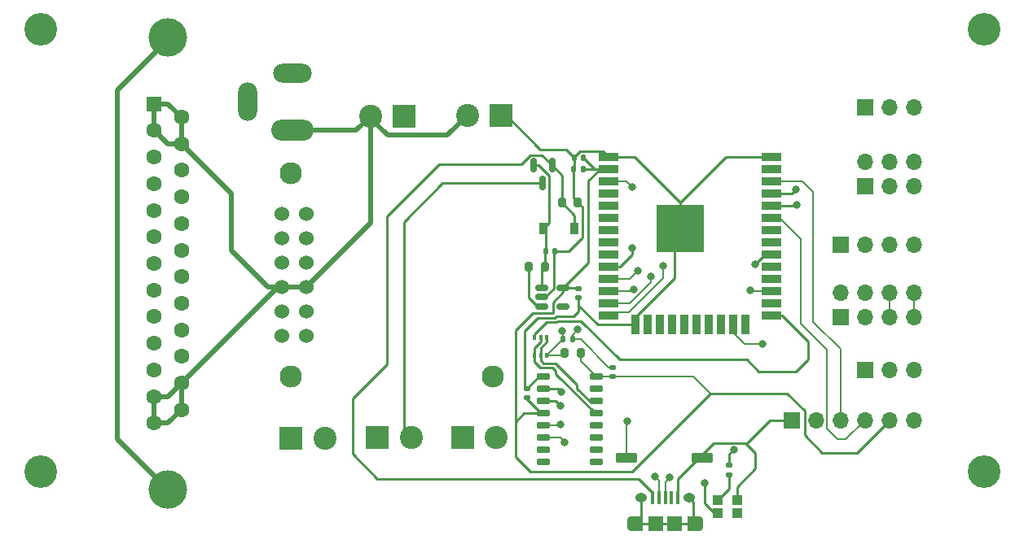
<source format=gbr>
%TF.GenerationSoftware,KiCad,Pcbnew,(6.0.0-0)*%
%TF.CreationDate,2022-09-25T22:14:02-04:00*%
%TF.ProjectId,Dome_Controller,446f6d65-5f43-46f6-9e74-726f6c6c6572,rev?*%
%TF.SameCoordinates,Original*%
%TF.FileFunction,Copper,L1,Top*%
%TF.FilePolarity,Positive*%
%FSLAX46Y46*%
G04 Gerber Fmt 4.6, Leading zero omitted, Abs format (unit mm)*
G04 Created by KiCad (PCBNEW (6.0.0-0)) date 2022-09-25 22:14:02*
%MOMM*%
%LPD*%
G01*
G04 APERTURE LIST*
G04 Aperture macros list*
%AMRoundRect*
0 Rectangle with rounded corners*
0 $1 Rounding radius*
0 $2 $3 $4 $5 $6 $7 $8 $9 X,Y pos of 4 corners*
0 Add a 4 corners polygon primitive as box body*
4,1,4,$2,$3,$4,$5,$6,$7,$8,$9,$2,$3,0*
0 Add four circle primitives for the rounded corners*
1,1,$1+$1,$2,$3*
1,1,$1+$1,$4,$5*
1,1,$1+$1,$6,$7*
1,1,$1+$1,$8,$9*
0 Add four rect primitives between the rounded corners*
20,1,$1+$1,$2,$3,$4,$5,0*
20,1,$1+$1,$4,$5,$6,$7,0*
20,1,$1+$1,$6,$7,$8,$9,0*
20,1,$1+$1,$8,$9,$2,$3,0*%
G04 Aperture macros list end*
%TA.AperFunction,ComponentPad*%
%ADD10R,1.600000X1.600000*%
%TD*%
%TA.AperFunction,ComponentPad*%
%ADD11C,1.600000*%
%TD*%
%TA.AperFunction,ComponentPad*%
%ADD12C,4.000000*%
%TD*%
%TA.AperFunction,ComponentPad*%
%ADD13O,2.000000X4.000000*%
%TD*%
%TA.AperFunction,ComponentPad*%
%ADD14O,4.000000X2.000000*%
%TD*%
%TA.AperFunction,ComponentPad*%
%ADD15O,4.400000X2.200000*%
%TD*%
%TA.AperFunction,ComponentPad*%
%ADD16O,1.700000X1.700000*%
%TD*%
%TA.AperFunction,ComponentPad*%
%ADD17R,1.700000X1.700000*%
%TD*%
%TA.AperFunction,ComponentPad*%
%ADD18R,2.400000X2.400000*%
%TD*%
%TA.AperFunction,ComponentPad*%
%ADD19C,2.400000*%
%TD*%
%TA.AperFunction,SMDPad,CuDef*%
%ADD20RoundRect,0.140000X0.170000X-0.140000X0.170000X0.140000X-0.170000X0.140000X-0.170000X-0.140000X0*%
%TD*%
%TA.AperFunction,SMDPad,CuDef*%
%ADD21RoundRect,0.200000X-0.200000X-0.275000X0.200000X-0.275000X0.200000X0.275000X-0.200000X0.275000X0*%
%TD*%
%TA.AperFunction,SMDPad,CuDef*%
%ADD22R,0.400000X1.350000*%
%TD*%
%TA.AperFunction,SMDPad,CuDef*%
%ADD23R,1.500000X1.550000*%
%TD*%
%TA.AperFunction,ComponentPad*%
%ADD24O,0.890000X1.550000*%
%TD*%
%TA.AperFunction,ComponentPad*%
%ADD25O,1.250000X0.950000*%
%TD*%
%TA.AperFunction,SMDPad,CuDef*%
%ADD26R,1.200000X1.550000*%
%TD*%
%TA.AperFunction,SMDPad,CuDef*%
%ADD27R,2.000000X0.900000*%
%TD*%
%TA.AperFunction,SMDPad,CuDef*%
%ADD28R,0.900000X2.000000*%
%TD*%
%TA.AperFunction,SMDPad,CuDef*%
%ADD29R,5.000000X5.000000*%
%TD*%
%TA.AperFunction,SMDPad,CuDef*%
%ADD30RoundRect,0.140000X0.140000X0.170000X-0.140000X0.170000X-0.140000X-0.170000X0.140000X-0.170000X0*%
%TD*%
%TA.AperFunction,SMDPad,CuDef*%
%ADD31RoundRect,0.100000X1.000000X0.400000X-1.000000X0.400000X-1.000000X-0.400000X1.000000X-0.400000X0*%
%TD*%
%TA.AperFunction,SMDPad,CuDef*%
%ADD32RoundRect,0.140000X-0.170000X0.140000X-0.170000X-0.140000X0.170000X-0.140000X0.170000X0.140000X0*%
%TD*%
%TA.AperFunction,SMDPad,CuDef*%
%ADD33RoundRect,0.135000X-0.185000X0.135000X-0.185000X-0.135000X0.185000X-0.135000X0.185000X0.135000X0*%
%TD*%
%TA.AperFunction,SMDPad,CuDef*%
%ADD34R,0.914400X1.219200*%
%TD*%
%TA.AperFunction,WasherPad*%
%ADD35C,3.400000*%
%TD*%
%TA.AperFunction,SMDPad,CuDef*%
%ADD36R,1.000000X1.000000*%
%TD*%
%TA.AperFunction,SMDPad,CuDef*%
%ADD37RoundRect,0.150000X-0.150000X0.587500X-0.150000X-0.587500X0.150000X-0.587500X0.150000X0.587500X0*%
%TD*%
%TA.AperFunction,ComponentPad*%
%ADD38C,1.524000*%
%TD*%
%TA.AperFunction,ComponentPad*%
%ADD39C,2.300000*%
%TD*%
%TA.AperFunction,SMDPad,CuDef*%
%ADD40RoundRect,0.140000X-0.140000X-0.170000X0.140000X-0.170000X0.140000X0.170000X-0.140000X0.170000X0*%
%TD*%
%TA.AperFunction,SMDPad,CuDef*%
%ADD41R,0.300000X0.500000*%
%TD*%
%TA.AperFunction,SMDPad,CuDef*%
%ADD42RoundRect,0.049600X-0.605400X-0.260400X0.605400X-0.260400X0.605400X0.260400X-0.605400X0.260400X0*%
%TD*%
%TA.AperFunction,SMDPad,CuDef*%
%ADD43RoundRect,0.150000X-0.512500X-0.150000X0.512500X-0.150000X0.512500X0.150000X-0.512500X0.150000X0*%
%TD*%
%TA.AperFunction,SMDPad,CuDef*%
%ADD44RoundRect,0.200000X0.200000X0.275000X-0.200000X0.275000X-0.200000X-0.275000X0.200000X-0.275000X0*%
%TD*%
%TA.AperFunction,ViaPad*%
%ADD45C,0.800000*%
%TD*%
%TA.AperFunction,Conductor*%
%ADD46C,0.200000*%
%TD*%
%TA.AperFunction,Conductor*%
%ADD47C,0.250000*%
%TD*%
%TA.AperFunction,Conductor*%
%ADD48C,0.254000*%
%TD*%
%TA.AperFunction,Conductor*%
%ADD49C,0.500000*%
%TD*%
G04 APERTURE END LIST*
D10*
%TO.P,J13,1,1*%
%TO.N,+12V*%
X61790000Y-64740000D03*
D11*
%TO.P,J13,2,2*%
X61790000Y-67510000D03*
%TO.P,J13,3,3*%
%TO.N,GND*%
X61790000Y-70280000D03*
%TO.P,J13,4,4*%
X61790000Y-73050000D03*
%TO.P,J13,5,5*%
%TO.N,+5V*%
X61790000Y-75820000D03*
%TO.P,J13,6,6*%
%TO.N,SR_I2C_CLK*%
X61790000Y-78590000D03*
%TO.P,J13,7,7*%
%TO.N,unconnected-(J13-Pad7)*%
X61790000Y-81360000D03*
%TO.P,J13,8,8*%
%TO.N,GND*%
X61790000Y-84130000D03*
%TO.P,J13,9,9*%
%TO.N,SR_SER_RX*%
X61790000Y-86900000D03*
%TO.P,J13,10,10*%
%TO.N,GND*%
X61790000Y-89670000D03*
%TO.P,J13,11,11*%
X61790000Y-92440000D03*
%TO.P,J13,12,12*%
%TO.N,+12V*%
X61790000Y-95210000D03*
%TO.P,J13,13,13*%
X61790000Y-97980000D03*
%TO.P,J13,14,P14*%
X64630000Y-66125000D03*
%TO.P,J13,15,P15*%
X64630000Y-68895000D03*
%TO.P,J13,16,P16*%
%TO.N,GND*%
X64630000Y-71665000D03*
%TO.P,J13,17,P17*%
X64630000Y-74435000D03*
%TO.P,J13,18,P18*%
X64630000Y-77205000D03*
%TO.P,J13,19,P19*%
%TO.N,SR_I2C_DATA*%
X64630000Y-79975000D03*
%TO.P,J13,20,P20*%
%TO.N,+5V*%
X64630000Y-82745000D03*
%TO.P,J13,21,P21*%
%TO.N,SR_SER_TX*%
X64630000Y-85515000D03*
%TO.P,J13,22,P22*%
%TO.N,GND*%
X64630000Y-88285000D03*
%TO.P,J13,23,P23*%
X64630000Y-91055000D03*
%TO.P,J13,24,P24*%
%TO.N,+12V*%
X64630000Y-93825000D03*
%TO.P,J13,25,P25*%
X64630000Y-96595000D03*
D12*
%TO.P,J13,0,PAD*%
%TO.N,unconnected-(J13-Pad0)*%
X63210000Y-104910000D03*
X63210000Y-57810000D03*
%TD*%
D13*
%TO.P,J14,3*%
%TO.N,GND*%
X71485000Y-64515000D03*
D14*
%TO.P,J14,2*%
X76185000Y-61515000D03*
D15*
%TO.P,J14,1*%
%TO.N,+12V*%
X76185000Y-67515000D03*
%TD*%
D16*
%TO.P,J12,4,Pin_4*%
%TO.N,SR_SER_RX*%
X140760000Y-79395000D03*
%TO.P,J12,3,Pin_3*%
%TO.N,SR_SER_TX*%
X138220000Y-79395000D03*
%TO.P,J12,2,Pin_2*%
%TO.N,GND*%
X135680000Y-79395000D03*
D17*
%TO.P,J12,1,Pin_1*%
%TO.N,+5V*%
X133140000Y-79395000D03*
%TD*%
D16*
%TO.P,J11,8,Pin_8*%
%TO.N,SR_I2C_DATA*%
X140730000Y-84415000D03*
%TO.P,J11,7,Pin_7*%
X140730000Y-86955000D03*
%TO.P,J11,6,Pin_6*%
%TO.N,SR_I2C_CLK*%
X138190000Y-84415000D03*
%TO.P,J11,5,Pin_5*%
X138190000Y-86955000D03*
%TO.P,J11,4,Pin_4*%
%TO.N,GND*%
X135650000Y-84415000D03*
%TO.P,J11,3,Pin_3*%
X135650000Y-86955000D03*
%TO.P,J11,2,Pin_2*%
%TO.N,+5V*%
X133110000Y-84415000D03*
D17*
%TO.P,J11,1,Pin_1*%
X133110000Y-86955000D03*
%TD*%
D18*
%TO.P,J5,1,Pin_1*%
%TO.N,GND*%
X87780000Y-66000000D03*
D19*
%TO.P,J5,2,Pin_2*%
%TO.N,+12V*%
X84280000Y-66000000D03*
%TD*%
D20*
%TO.P,C4,1*%
%TO.N,+3.3V*%
X109420000Y-93120000D03*
%TO.P,C4,2*%
%TO.N,GND*%
X109420000Y-92160000D03*
%TD*%
D19*
%TO.P,J8,2,Pin_2*%
%TO.N,+5V*%
X88480000Y-99510000D03*
D18*
%TO.P,J8,1,Pin_1*%
%TO.N,GND*%
X84980000Y-99510000D03*
%TD*%
D21*
%TO.P,R2,1*%
%TO.N,VBUS*%
X104165000Y-75030000D03*
%TO.P,R2,2*%
%TO.N,GND*%
X105815000Y-75030000D03*
%TD*%
%TO.P,R3,1*%
%TO.N,Net-(R3-Pad1)*%
X100755000Y-81700000D03*
%TO.P,R3,2*%
%TO.N,VIN*%
X102405000Y-81700000D03*
%TD*%
D22*
%TO.P,J1,1,VBUS*%
%TO.N,VBUS*%
X113600000Y-105750000D03*
%TO.P,J1,2,D-*%
%TO.N,D-*%
X114250000Y-105750000D03*
%TO.P,J1,3,D+*%
%TO.N,D+*%
X114900000Y-105750000D03*
%TO.P,J1,4,ID*%
%TO.N,unconnected-(J1-Pad4)*%
X115550000Y-105750000D03*
%TO.P,J1,5,GND*%
%TO.N,GND*%
X116200000Y-105750000D03*
D23*
%TO.P,J1,6,Shield*%
%TO.N,unconnected-(J1-Pad6)*%
X115900000Y-108450000D03*
D24*
X118400000Y-108450000D03*
D25*
X117400000Y-105750000D03*
D26*
X112000000Y-108450000D03*
D25*
X112400000Y-105750000D03*
D26*
X117800000Y-108450000D03*
D23*
X113900000Y-108450000D03*
D24*
X111400000Y-108450000D03*
%TD*%
D27*
%TO.P,U1,1,GND*%
%TO.N,GND*%
X108980000Y-70245000D03*
%TO.P,U1,2,3V3*%
%TO.N,+3.3V*%
X108980000Y-71515000D03*
%TO.P,U1,3,EN*%
%TO.N,RESET*%
X108980000Y-72785000D03*
%TO.P,U1,4,SENSOR_VP*%
%TO.N,unconnected-(U1-Pad4)*%
X108980000Y-74055000D03*
%TO.P,U1,5,SENSOR_VN*%
%TO.N,unconnected-(U1-Pad5)*%
X108980000Y-75325000D03*
%TO.P,U1,6,IO34*%
%TO.N,unconnected-(U1-Pad6)*%
X108980000Y-76595000D03*
%TO.P,U1,7,IO35*%
%TO.N,unconnected-(U1-Pad7)*%
X108980000Y-77865000D03*
%TO.P,U1,8,IO32*%
%TO.N,unconnected-(U1-Pad8)*%
X108980000Y-79135000D03*
%TO.P,U1,9,IO33*%
%TO.N,unconnected-(U1-Pad9)*%
X108980000Y-80405000D03*
%TO.P,U1,10,IO25*%
%TO.N,RX_RS*%
X108980000Y-81675000D03*
%TO.P,U1,11,IO26*%
%TO.N,TX_RS*%
X108980000Y-82945000D03*
%TO.P,U1,12,IO27*%
%TO.N,CL_D*%
X108980000Y-84215000D03*
%TO.P,U1,13,IO14*%
%TO.N,TX_FU*%
X108980000Y-85485000D03*
%TO.P,U1,14,IO12*%
%TO.N,RX_FU*%
X108980000Y-86755000D03*
D28*
%TO.P,U1,15,GND*%
%TO.N,GND*%
X111765000Y-87755000D03*
%TO.P,U1,16,IO13*%
%TO.N,unconnected-(U1-Pad16)*%
X113035000Y-87755000D03*
%TO.P,U1,17,SD2*%
%TO.N,unconnected-(U1-Pad17)*%
X114305000Y-87755000D03*
%TO.P,U1,18,SD3*%
%TO.N,unconnected-(U1-Pad18)*%
X115575000Y-87755000D03*
%TO.P,U1,19,CMD*%
%TO.N,unconnected-(U1-Pad19)*%
X116845000Y-87755000D03*
%TO.P,U1,20,CLK*%
%TO.N,unconnected-(U1-Pad20)*%
X118115000Y-87755000D03*
%TO.P,U1,21,SD0*%
%TO.N,unconnected-(U1-Pad21)*%
X119385000Y-87755000D03*
%TO.P,U1,22,SD1*%
%TO.N,unconnected-(U1-Pad22)*%
X120655000Y-87755000D03*
%TO.P,U1,23,IO15*%
%TO.N,RX_HP*%
X121925000Y-87755000D03*
%TO.P,U1,24,IO2*%
%TO.N,unconnected-(U1-Pad24)*%
X123195000Y-87755000D03*
D27*
%TO.P,U1,25,IO0*%
%TO.N,GPIO0*%
X125980000Y-86755000D03*
%TO.P,U1,26,IO4*%
%TO.N,unconnected-(U1-Pad26)*%
X125980000Y-85485000D03*
%TO.P,U1,27,IO16*%
%TO.N,TX_HP*%
X125980000Y-84215000D03*
%TO.P,U1,28,IO17*%
%TO.N,unconnected-(U1-Pad28)*%
X125980000Y-82945000D03*
%TO.P,U1,29,IO5*%
%TO.N,unconnected-(U1-Pad29)*%
X125980000Y-81675000D03*
%TO.P,U1,30,IO18*%
%TO.N,ST_LED_D*%
X125980000Y-80405000D03*
%TO.P,U1,31,IO19*%
%TO.N,unconnected-(U1-Pad31)*%
X125980000Y-79135000D03*
%TO.P,U1,32,NC*%
%TO.N,unconnected-(U1-Pad32)*%
X125980000Y-77865000D03*
%TO.P,U1,33,IO21*%
%TO.N,SDA*%
X125980000Y-76595000D03*
%TO.P,U1,34,RXD0*%
%TO.N,RXD0*%
X125980000Y-75325000D03*
%TO.P,U1,35,TXD0*%
%TO.N,TXD0*%
X125980000Y-74055000D03*
%TO.P,U1,36,IO22*%
%TO.N,SCL*%
X125980000Y-72785000D03*
%TO.P,U1,37,IO23*%
%TO.N,unconnected-(U1-Pad37)*%
X125980000Y-71515000D03*
%TO.P,U1,38,GND*%
%TO.N,GND*%
X125980000Y-70245000D03*
D29*
%TO.P,U1,39,GND*%
X116480000Y-77745000D03*
%TD*%
D30*
%TO.P,C3,1*%
%TO.N,+3.3V*%
X106350000Y-71550000D03*
%TO.P,C3,2*%
%TO.N,GND*%
X105390000Y-71550000D03*
%TD*%
%TO.P,C5,1*%
%TO.N,GND*%
X103440000Y-80110000D03*
%TO.P,C5,2*%
%TO.N,VIN*%
X102480000Y-80110000D03*
%TD*%
D18*
%TO.P,J9,1,Pin_1*%
%TO.N,GND*%
X93850000Y-99510000D03*
D19*
%TO.P,J9,2,Pin_2*%
%TO.N,+5V*%
X97350000Y-99510000D03*
%TD*%
D30*
%TO.P,C2,1*%
%TO.N,+3.3V*%
X106390000Y-70320000D03*
%TO.P,C2,2*%
%TO.N,GND*%
X105430000Y-70320000D03*
%TD*%
D31*
%TO.P,SW1,1,1*%
%TO.N,GND*%
X118705000Y-101600000D03*
%TO.P,SW1,2,2*%
%TO.N,RESET*%
X110905000Y-101600000D03*
%TD*%
D32*
%TO.P,C7,1*%
%TO.N,+3.3V*%
X105870000Y-83990000D03*
%TO.P,C7,2*%
%TO.N,GND*%
X105870000Y-84950000D03*
%TD*%
D33*
%TO.P,R4,1*%
%TO.N,ST_LED_D*%
X121580000Y-102330000D03*
%TO.P,R4,2*%
%TO.N,Net-(L1-Pad3)*%
X121580000Y-103350000D03*
%TD*%
D34*
%TO.P,CR1,A,A*%
%TO.N,VBUS*%
X105476800Y-77738500D03*
%TO.P,CR1,C,C*%
%TO.N,VIN*%
X102200200Y-77738500D03*
%TD*%
D35*
%TO.P,REF\u002A\u002A,*%
%TO.N,*%
X50000000Y-57000000D03*
%TD*%
D36*
%TO.P,L1,1,DO*%
%TO.N,unconnected-(L1-Pad1)*%
X122375000Y-107320000D03*
%TO.P,L1,2,VSS*%
%TO.N,GND*%
X122375000Y-106020000D03*
%TO.P,L1,3,DI*%
%TO.N,Net-(L1-Pad3)*%
X120345000Y-106020000D03*
%TO.P,L1,4,VDD*%
%TO.N,+5V*%
X120345000Y-107320000D03*
%TD*%
D16*
%TO.P,J3,6,Pin_6*%
%TO.N,TX_HP*%
X140770000Y-70800000D03*
%TO.P,J3,5,Pin_5*%
%TO.N,TX_RS*%
X140770000Y-73340000D03*
%TO.P,J3,4,Pin_4*%
%TO.N,RX_HP*%
X138230000Y-70800000D03*
%TO.P,J3,3,Pin_3*%
%TO.N,RX_RS*%
X138230000Y-73340000D03*
%TO.P,J3,2,Pin_2*%
%TO.N,GND*%
X135690000Y-70800000D03*
D17*
%TO.P,J3,1,Pin_1*%
X135690000Y-73340000D03*
%TD*%
D37*
%TO.P,U2,1,1*%
%TO.N,VBUS*%
X103130000Y-71142500D03*
%TO.P,U2,2,2*%
%TO.N,VIN*%
X101230000Y-71142500D03*
%TO.P,U2,3,3*%
%TO.N,+5V*%
X102180000Y-73017500D03*
%TD*%
D35*
%TO.P,REF\u002A\u002A,*%
%TO.N,*%
X50000000Y-103000000D03*
%TD*%
D17*
%TO.P,J2,1,Pin_1*%
%TO.N,GND*%
X128040000Y-97700000D03*
D16*
%TO.P,J2,2,Pin_2*%
%TO.N,unconnected-(J2-Pad2)*%
X130580000Y-97700000D03*
%TO.P,J2,3,Pin_3*%
%TO.N,SCL*%
X133120000Y-97700000D03*
%TO.P,J2,4,Pin_4*%
%TO.N,SDA*%
X135660000Y-97700000D03*
%TO.P,J2,5,Pin_5*%
%TO.N,+3.3V*%
X138200000Y-97700000D03*
%TO.P,J2,6,Pin_6*%
%TO.N,+5V*%
X140740000Y-97700000D03*
%TD*%
D20*
%TO.P,C6,1*%
%TO.N,+3.3V*%
X100520000Y-95330000D03*
%TO.P,C6,2*%
%TO.N,GND*%
X100520000Y-94370000D03*
%TD*%
D35*
%TO.P,REF\u002A\u002A,*%
%TO.N,*%
X148000000Y-103000000D03*
%TD*%
D16*
%TO.P,J4,3,Pin_3*%
%TO.N,CL_D*%
X140770000Y-92450000D03*
%TO.P,J4,2,Pin_2*%
%TO.N,+5V*%
X138230000Y-92450000D03*
D17*
%TO.P,J4,1,Pin_1*%
%TO.N,GND*%
X135690000Y-92450000D03*
%TD*%
D35*
%TO.P,REF\u002A\u002A,*%
%TO.N,*%
X148000000Y-57000000D03*
%TD*%
D16*
%TO.P,J10,3,Pin_3*%
%TO.N,TX_FU*%
X140770000Y-65070000D03*
%TO.P,J10,2,Pin_2*%
%TO.N,RX_FU*%
X138230000Y-65070000D03*
D17*
%TO.P,J10,1,Pin_1*%
%TO.N,GND*%
X135690000Y-65070000D03*
%TD*%
D19*
%TO.P,J7,2,Pin_2*%
%TO.N,+5V*%
X79520000Y-99590000D03*
D18*
%TO.P,J7,1,Pin_1*%
%TO.N,GND*%
X76020000Y-99590000D03*
%TD*%
D38*
%TO.P,U6,1,VOUT*%
%TO.N,+5V*%
X75035000Y-76185000D03*
%TO.P,U6,2,GND*%
%TO.N,GND*%
X75035000Y-78725000D03*
%TO.P,U6,3,GND*%
X75035000Y-81265000D03*
%TO.P,U6,4,VIN*%
%TO.N,+12V*%
X75035000Y-83805000D03*
%TO.P,U6,5,VRP*%
%TO.N,unconnected-(U6-Pad5)*%
X75035000Y-86345000D03*
%TO.P,U6,6,EN*%
%TO.N,unconnected-(U6-Pad6)*%
X75035000Y-88885000D03*
%TO.P,U6,7,PG*%
%TO.N,unconnected-(U6-Pad7)*%
X77575000Y-88885000D03*
%TO.P,U6,8,VRP*%
%TO.N,unconnected-(U6-Pad8)*%
X77575000Y-86345000D03*
%TO.P,U6,9,VIN*%
%TO.N,+12V*%
X77575000Y-83805000D03*
%TO.P,U6,10,GND*%
%TO.N,GND*%
X77575000Y-81265000D03*
%TO.P,U6,11,GND*%
X77575000Y-78725000D03*
%TO.P,U6,12,VOUT*%
%TO.N,+5V*%
X77575000Y-76185000D03*
D39*
%TO.P,U6,13*%
%TO.N,N/C*%
X75965000Y-71935000D03*
%TO.P,U6,14*%
X75965000Y-93135000D03*
%TO.P,U6,15*%
X96965000Y-93135000D03*
%TD*%
D40*
%TO.P,C1,1*%
%TO.N,RESET*%
X104290000Y-89280000D03*
%TO.P,C1,2*%
%TO.N,GND*%
X105250000Y-89280000D03*
%TD*%
D41*
%TO.P,U5,1*%
%TO.N,RTS*%
X102604200Y-89110000D03*
%TO.P,U5,2*%
%TO.N,DTR*%
X101954200Y-89110000D03*
%TO.P,U5,3*%
%TO.N,GPIO0*%
X101304200Y-89110000D03*
%TO.P,U5,4*%
%TO.N,DTR*%
X101304200Y-90960000D03*
%TO.P,U5,5*%
%TO.N,RTS*%
X101954200Y-90960000D03*
%TO.P,U5,6*%
%TO.N,RESET*%
X102604200Y-90960000D03*
%TD*%
D42*
%TO.P,U4,1,GND*%
%TO.N,GND*%
X102245000Y-93155000D03*
%TO.P,U4,2,TXD*%
%TO.N,RXD0*%
X102245000Y-94425000D03*
%TO.P,U4,3,RXD*%
%TO.N,TXD0*%
X102245000Y-95695000D03*
%TO.P,U4,4,V3*%
%TO.N,+3.3V*%
X102245000Y-96965000D03*
%TO.P,U4,5,UD+*%
%TO.N,D+*%
X102245000Y-98235000D03*
%TO.P,U4,6,UD-*%
%TO.N,D-*%
X102245000Y-99505000D03*
%TO.P,U4,7,NC.*%
%TO.N,unconnected-(U4-Pad7)*%
X102245000Y-100775000D03*
%TO.P,U4,8,~{OUT}*%
%TO.N,unconnected-(U4-Pad8)*%
X102245000Y-102045000D03*
%TO.P,U4,9,~{CTS}*%
%TO.N,unconnected-(U4-Pad9)*%
X107745000Y-102045000D03*
%TO.P,U4,10,~{DSR}*%
%TO.N,unconnected-(U4-Pad10)*%
X107745000Y-100775000D03*
%TO.P,U4,11,~{RI}*%
%TO.N,unconnected-(U4-Pad11)*%
X107745000Y-99505000D03*
%TO.P,U4,12,~{DCD}*%
%TO.N,unconnected-(U4-Pad12)*%
X107745000Y-98235000D03*
%TO.P,U4,13,~{DTR}*%
%TO.N,DTR*%
X107745000Y-96965000D03*
%TO.P,U4,14,~{RTS}*%
%TO.N,RTS*%
X107745000Y-95695000D03*
%TO.P,U4,15,R232*%
%TO.N,unconnected-(U4-Pad15)*%
X107745000Y-94425000D03*
%TO.P,U4,16,VCC*%
%TO.N,+3.3V*%
X107745000Y-93155000D03*
%TD*%
D18*
%TO.P,J6,1,Pin_1*%
%TO.N,GND*%
X97850000Y-65930000D03*
D19*
%TO.P,J6,2,Pin_2*%
%TO.N,+12V*%
X94350000Y-65930000D03*
%TD*%
D43*
%TO.P,U3,1,VIN*%
%TO.N,VIN*%
X102032500Y-83920000D03*
%TO.P,U3,2,VSS*%
%TO.N,GND*%
X102032500Y-84870000D03*
%TO.P,U3,3,CE*%
%TO.N,Net-(R3-Pad1)*%
X102032500Y-85820000D03*
%TO.P,U3,4,NC*%
%TO.N,unconnected-(U3-Pad4)*%
X104307500Y-85820000D03*
%TO.P,U3,5,VOUT*%
%TO.N,+3.3V*%
X104307500Y-83920000D03*
%TD*%
D44*
%TO.P,R1,1*%
%TO.N,+3.3V*%
X106115000Y-90710000D03*
%TO.P,R1,2*%
%TO.N,RESET*%
X104465000Y-90710000D03*
%TD*%
D45*
%TO.N,RESET*%
X110930000Y-97800000D03*
X104200000Y-88360000D03*
%TO.N,GND*%
X105800000Y-88240000D03*
%TO.N,RESET*%
X111470000Y-73410000D03*
%TO.N,RX_FU*%
X114720000Y-81650000D03*
%TO.N,TX_FU*%
X113380000Y-82680000D03*
%TO.N,TX_HP*%
X123780000Y-84130000D03*
%TO.N,RX_HP*%
X125040000Y-89730000D03*
%TO.N,TX_RS*%
X112040000Y-82090000D03*
%TO.N,CL_D*%
X111630000Y-84080000D03*
%TO.N,D-*%
X104480000Y-99980000D03*
%TO.N,D+*%
X103990000Y-98090000D03*
X115400000Y-103600000D03*
%TO.N,D-*%
X113805000Y-103555000D03*
%TO.N,RXD0*%
X104100000Y-94780000D03*
%TO.N,TXD0*%
X104000000Y-96220000D03*
%TO.N,+5V*%
X118995000Y-104205000D03*
%TO.N,RX_RS*%
X111490000Y-79760000D03*
%TO.N,ST_LED_D*%
X124270000Y-81410000D03*
X122020000Y-100770000D03*
%TO.N,TXD0*%
X128480000Y-73690000D03*
%TO.N,RXD0*%
X128560000Y-75310000D03*
%TD*%
D46*
%TO.N,RESET*%
X102604200Y-90960000D02*
X102610000Y-90960000D01*
X102610000Y-90960000D02*
X104290000Y-89280000D01*
X102604200Y-90960000D02*
X104215000Y-90960000D01*
X104215000Y-90960000D02*
X104465000Y-90710000D01*
X110905000Y-97825000D02*
X110930000Y-97800000D01*
X110905000Y-101600000D02*
X110905000Y-97825000D01*
%TO.N,GND*%
X105250000Y-88790000D02*
X105800000Y-88240000D01*
X105250000Y-89280000D02*
X105250000Y-88790000D01*
%TO.N,RESET*%
X104290000Y-88450000D02*
X104200000Y-88360000D01*
X104290000Y-89280000D02*
X104290000Y-88450000D01*
X110845000Y-72785000D02*
X111470000Y-73410000D01*
X108980000Y-72785000D02*
X110845000Y-72785000D01*
%TO.N,RX_FU*%
X108980000Y-86755000D02*
X109279511Y-86455489D01*
X109279511Y-86455489D02*
X111154511Y-86455489D01*
X111154511Y-86455489D02*
X114720000Y-82890000D01*
X114720000Y-82890000D02*
X114720000Y-81650000D01*
%TO.N,TX_FU*%
X113380000Y-83319259D02*
X113380000Y-82680000D01*
X111214259Y-85485000D02*
X113380000Y-83319259D01*
X108980000Y-85485000D02*
X111214259Y-85485000D01*
D47*
%TO.N,GND*%
X116480000Y-77745000D02*
X115830000Y-78395000D01*
X115830000Y-78395000D02*
X115830000Y-82860978D01*
X115830000Y-82860978D02*
X111765000Y-86925978D01*
X111765000Y-86925978D02*
X111765000Y-87755000D01*
D46*
%TO.N,TX_HP*%
X123865000Y-84215000D02*
X123780000Y-84130000D01*
X125980000Y-84215000D02*
X123865000Y-84215000D01*
%TO.N,RX_HP*%
X123120978Y-89730000D02*
X125040000Y-89730000D01*
X121925000Y-88534022D02*
X123120978Y-89730000D01*
X121925000Y-87755000D02*
X121925000Y-88534022D01*
%TO.N,TX_RS*%
X111185000Y-82945000D02*
X112040000Y-82090000D01*
X108980000Y-82945000D02*
X111185000Y-82945000D01*
%TO.N,SR_I2C_DATA*%
X140730000Y-86955000D02*
X140730000Y-84415000D01*
%TO.N,SR_I2C_CLK*%
X138190000Y-86955000D02*
X138190000Y-84415000D01*
%TO.N,CL_D*%
X111495000Y-84215000D02*
X111630000Y-84080000D01*
X108980000Y-84215000D02*
X111495000Y-84215000D01*
D48*
%TO.N,GND*%
X105870000Y-84950000D02*
X105870000Y-86350000D01*
X100300000Y-94150000D02*
X100520000Y-94370000D01*
X105870000Y-86350000D02*
X105340000Y-86880000D01*
X105340000Y-86880000D02*
X103568545Y-86880000D01*
X101735000Y-93155000D02*
X102245000Y-93155000D01*
X103437025Y-87011520D02*
X101658480Y-87011520D01*
X103568545Y-86880000D02*
X103437025Y-87011520D01*
X101658480Y-87011520D02*
X100300000Y-88370000D01*
X100300000Y-88370000D02*
X100300000Y-94150000D01*
X100520000Y-94370000D02*
X101735000Y-93155000D01*
D46*
%TO.N,D-*%
X104005000Y-99505000D02*
X104480000Y-99980000D01*
X102245000Y-99505000D02*
X104005000Y-99505000D01*
%TO.N,D+*%
X103845000Y-98235000D02*
X103990000Y-98090000D01*
X102245000Y-98235000D02*
X103845000Y-98235000D01*
X114900000Y-104100000D02*
X115400000Y-103600000D01*
X114900000Y-105750000D02*
X114900000Y-104100000D01*
%TO.N,D-*%
X114250000Y-104000000D02*
X113805000Y-103555000D01*
X114250000Y-105750000D02*
X114250000Y-104000000D01*
D48*
%TO.N,GPIO0*%
X101304200Y-89110000D02*
X101304200Y-88706978D01*
X129750000Y-89451454D02*
X127053546Y-86755000D01*
X101304200Y-88706978D02*
X102546138Y-87465040D01*
X106123520Y-87333520D02*
X110179273Y-91389273D01*
X128490000Y-92610000D02*
X129750000Y-91350000D01*
X103624879Y-87465040D02*
X103756399Y-87333520D01*
X102546138Y-87465040D02*
X103624879Y-87465040D01*
X103756399Y-87333520D02*
X106123520Y-87333520D01*
X129750000Y-91350000D02*
X129750000Y-89451454D01*
X123389273Y-91389273D02*
X124610000Y-92610000D01*
X124610000Y-92610000D02*
X128490000Y-92610000D01*
X110179273Y-91389273D02*
X123389273Y-91389273D01*
X127053546Y-86755000D02*
X125980000Y-86755000D01*
D46*
%TO.N,+3.3V*%
X109420000Y-93120000D02*
X117845361Y-93120000D01*
X117845361Y-93120000D02*
X119615361Y-94890000D01*
D47*
X104307500Y-83920000D02*
X104307500Y-84354430D01*
X103250000Y-85411930D02*
X103250000Y-86560000D01*
X104307500Y-84354430D02*
X103250000Y-85411930D01*
X103250000Y-86560000D02*
X101110000Y-86560000D01*
X101110000Y-86560000D02*
X99330000Y-88340000D01*
X99330000Y-88340000D02*
X99330000Y-97880000D01*
X99330000Y-97880000D02*
X99330000Y-101500000D01*
D48*
X102245000Y-96965000D02*
X100245000Y-96965000D01*
X100245000Y-96965000D02*
X99330000Y-97880000D01*
D46*
%TO.N,GND*%
X105250000Y-89280000D02*
X106116810Y-89280000D01*
X106116810Y-89280000D02*
X108996810Y-92160000D01*
X108996810Y-92160000D02*
X109420000Y-92160000D01*
%TO.N,+3.3V*%
X107745000Y-93155000D02*
X109385000Y-93155000D01*
X109385000Y-93155000D02*
X109420000Y-93120000D01*
X106115000Y-90710000D02*
X106115000Y-91525000D01*
X106115000Y-91525000D02*
X107745000Y-93155000D01*
D47*
X127579022Y-94890000D02*
X129405489Y-96716467D01*
X119615361Y-94890000D02*
X127579022Y-94890000D01*
X99330000Y-101500000D02*
X100850000Y-103020000D01*
X100850000Y-103020000D02*
X111485361Y-103020000D01*
X129405489Y-99255489D02*
X131210000Y-101060000D01*
X134840000Y-101060000D02*
X138200000Y-97700000D01*
X111485361Y-103020000D02*
X119615361Y-94890000D01*
X129405489Y-96716467D02*
X129405489Y-99255489D01*
X131210000Y-101060000D02*
X134840000Y-101060000D01*
D46*
%TO.N,SDA*%
X135660000Y-97700000D02*
X133690000Y-99670000D01*
X131729511Y-90319511D02*
X129010000Y-87600000D01*
X129010000Y-78845978D02*
X126759022Y-76595000D01*
X133690000Y-99670000D02*
X132820000Y-99670000D01*
X132820000Y-99670000D02*
X131729511Y-98579511D01*
X131729511Y-98579511D02*
X131729511Y-90319511D01*
X129010000Y-87600000D02*
X129010000Y-78845978D01*
X126759022Y-76595000D02*
X125980000Y-76595000D01*
%TO.N,SCL*%
X125980000Y-72785000D02*
X129135000Y-72785000D01*
X129135000Y-72785000D02*
X130270000Y-73920000D01*
X130270000Y-73920000D02*
X130270000Y-87440000D01*
X133120000Y-90290000D02*
X133120000Y-97700000D01*
X130270000Y-87440000D02*
X133120000Y-90290000D01*
D48*
%TO.N,RXD0*%
X103745000Y-94425000D02*
X104100000Y-94780000D01*
X102245000Y-94425000D02*
X103745000Y-94425000D01*
%TO.N,TXD0*%
X103475000Y-95695000D02*
X104000000Y-96220000D01*
X102245000Y-95695000D02*
X103475000Y-95695000D01*
%TO.N,DTR*%
X101304200Y-90960000D02*
X101304200Y-90171648D01*
X101304200Y-90171648D02*
X101954200Y-89521648D01*
X101954200Y-89521648D02*
X101954200Y-89110000D01*
%TO.N,RTS*%
X101954200Y-90960000D02*
X101954200Y-90163022D01*
X101954200Y-90163022D02*
X102604200Y-89513022D01*
X102604200Y-89513022D02*
X102604200Y-89110000D01*
%TO.N,DTR*%
X107745000Y-96965000D02*
X107617286Y-96965000D01*
X103540000Y-92887714D02*
X103540000Y-92560000D01*
X101863520Y-92203520D02*
X101304200Y-91644200D01*
X107617286Y-96965000D02*
X103540000Y-92887714D01*
X103540000Y-92560000D02*
X103183520Y-92203520D01*
X103183520Y-92203520D02*
X101863520Y-92203520D01*
X101304200Y-91644200D02*
X101304200Y-90960000D01*
%TO.N,RTS*%
X105750000Y-94010000D02*
X105750000Y-94420000D01*
X103490000Y-91750000D02*
X105750000Y-94010000D01*
X105750000Y-94420000D02*
X107025000Y-95695000D01*
X101954200Y-91464000D02*
X102240200Y-91750000D01*
X101954200Y-90960000D02*
X101954200Y-91464000D01*
X102240200Y-91750000D02*
X103490000Y-91750000D01*
X107025000Y-95695000D02*
X107745000Y-95695000D01*
%TO.N,+3.3V*%
X100370000Y-95340000D02*
X101995000Y-96965000D01*
X101995000Y-96965000D02*
X102245000Y-96965000D01*
%TO.N,GND*%
X123273489Y-100043489D02*
X123350000Y-100120000D01*
X123350000Y-100120000D02*
X124286000Y-101056000D01*
X128040000Y-97700000D02*
X125770000Y-97700000D01*
X125770000Y-97700000D02*
X123350000Y-100120000D01*
X116200000Y-105750000D02*
X116200000Y-103775000D01*
X119931511Y-100043489D02*
X123273489Y-100043489D01*
X116200000Y-103775000D02*
X119931511Y-100043489D01*
X122375000Y-104611000D02*
X122375000Y-106020000D01*
X124286000Y-101056000D02*
X124286000Y-102700000D01*
X124286000Y-102700000D02*
X122375000Y-104611000D01*
%TO.N,+5V*%
X102180000Y-73017500D02*
X91742500Y-73017500D01*
X91742500Y-73017500D02*
X87730000Y-77030000D01*
X87730000Y-77030000D02*
X87730000Y-98760000D01*
X87730000Y-98760000D02*
X88290000Y-99320000D01*
%TO.N,VBUS*%
X113600000Y-105750000D02*
X113600000Y-105275000D01*
X99921099Y-71040000D02*
X100882619Y-70078480D01*
X112105000Y-103780000D02*
X85000000Y-103780000D01*
X85000000Y-103780000D02*
X82430000Y-101210000D01*
X113600000Y-105275000D02*
X112105000Y-103780000D01*
X86010000Y-76420000D02*
X91390000Y-71040000D01*
X82430000Y-101210000D02*
X82430000Y-95460000D01*
X82430000Y-95460000D02*
X86010000Y-91880000D01*
X86010000Y-91880000D02*
X86010000Y-76420000D01*
X91390000Y-71040000D02*
X99921099Y-71040000D01*
D49*
%TO.N,unconnected-(J13-Pad0)*%
X63210000Y-104910000D02*
X57970000Y-99670000D01*
X57970000Y-99670000D02*
X57970000Y-63330000D01*
X57970000Y-63330000D02*
X63210000Y-58090000D01*
X63210000Y-58090000D02*
X63210000Y-57810000D01*
%TO.N,+12V*%
X76185000Y-67515000D02*
X82765000Y-67515000D01*
X82765000Y-67515000D02*
X84280000Y-66000000D01*
X69780000Y-74045000D02*
X69780000Y-79990000D01*
X69780000Y-79990000D02*
X73595000Y-83805000D01*
X64630000Y-68895000D02*
X69780000Y-74045000D01*
X73595000Y-83805000D02*
X75035000Y-83805000D01*
X61790000Y-67510000D02*
X61790000Y-64740000D01*
X64630000Y-68895000D02*
X63175000Y-68895000D01*
X63175000Y-68895000D02*
X61790000Y-67510000D01*
X64630000Y-66125000D02*
X64630000Y-68895000D01*
X61790000Y-64740000D02*
X63245000Y-64740000D01*
X63245000Y-64740000D02*
X64630000Y-66125000D01*
X64630000Y-93825000D02*
X74650000Y-83805000D01*
X74650000Y-83805000D02*
X75035000Y-83805000D01*
X64630000Y-96595000D02*
X64630000Y-93825000D01*
X61790000Y-97980000D02*
X63245000Y-97980000D01*
X63245000Y-97980000D02*
X64630000Y-96595000D01*
X61790000Y-95210000D02*
X63245000Y-95210000D01*
X63245000Y-95210000D02*
X64630000Y-93825000D01*
X61790000Y-97980000D02*
X61790000Y-95210000D01*
D48*
%TO.N,GND*%
X108418480Y-69683480D02*
X108980000Y-70245000D01*
D47*
X104821122Y-80110000D02*
X106260000Y-78671122D01*
D48*
X105430000Y-70310000D02*
X106056520Y-69683480D01*
D47*
X116480000Y-74995000D02*
X111730000Y-70245000D01*
X105815000Y-75030000D02*
X105390000Y-74605000D01*
X116480000Y-77745000D02*
X116480000Y-74995000D01*
X102032500Y-84870000D02*
X102416072Y-84870000D01*
X103440000Y-80110000D02*
X104821122Y-80110000D01*
X121230000Y-70245000D02*
X125980000Y-70245000D01*
X116480000Y-74995000D02*
X121230000Y-70245000D01*
X105870000Y-85744022D02*
X107880978Y-87755000D01*
X103320480Y-80229520D02*
X103440000Y-80110000D01*
X111730000Y-70245000D02*
X108980000Y-70245000D01*
X105870000Y-84950000D02*
X105870000Y-85744022D01*
X107880978Y-87755000D02*
X111765000Y-87755000D01*
D48*
X106056520Y-69683480D02*
X108418480Y-69683480D01*
X97820000Y-65360000D02*
X101930000Y-69470000D01*
D47*
X103320480Y-83965592D02*
X103320480Y-80229520D01*
D48*
X105430000Y-70320000D02*
X105430000Y-70310000D01*
D47*
X105390000Y-74605000D02*
X105390000Y-71550000D01*
D48*
X105430000Y-70320000D02*
X105430000Y-71510000D01*
X104580000Y-69470000D02*
X105430000Y-70320000D01*
D47*
X106260000Y-78671122D02*
X106260000Y-75475000D01*
D48*
X101930000Y-69470000D02*
X104580000Y-69470000D01*
D47*
X106260000Y-75475000D02*
X105815000Y-75030000D01*
D48*
X105430000Y-71510000D02*
X105390000Y-71550000D01*
D47*
X102416072Y-84870000D02*
X103320480Y-83965592D01*
%TO.N,+3.3V*%
X106920000Y-72745978D02*
X106920000Y-81307500D01*
X106920000Y-81307500D02*
X104307500Y-83920000D01*
X108150978Y-71515000D02*
X106920000Y-72745978D01*
X108980000Y-71515000D02*
X106385000Y-71515000D01*
X108980000Y-71515000D02*
X108150978Y-71515000D01*
X107585000Y-71515000D02*
X106390000Y-70320000D01*
X104307500Y-83920000D02*
X105800000Y-83920000D01*
X108980000Y-71515000D02*
X107585000Y-71515000D01*
X105800000Y-83920000D02*
X105870000Y-83990000D01*
X106385000Y-71515000D02*
X106350000Y-71550000D01*
%TO.N,VIN*%
X101230000Y-71142500D02*
X101721428Y-71142500D01*
X102405000Y-80185000D02*
X102480000Y-80110000D01*
X102804520Y-72225592D02*
X102804520Y-77134180D01*
X101721428Y-71142500D02*
X102804520Y-72225592D01*
X102480000Y-78018300D02*
X102200200Y-77738500D01*
X102804520Y-77134180D02*
X102200200Y-77738500D01*
X102032500Y-82072500D02*
X102405000Y-81700000D01*
X102405000Y-81700000D02*
X102405000Y-80185000D01*
X102480000Y-80110000D02*
X102480000Y-78018300D01*
X102032500Y-83920000D02*
X102032500Y-82072500D01*
%TO.N,VBUS*%
X104165000Y-72177500D02*
X104165000Y-75030000D01*
X104165000Y-75030000D02*
X105476800Y-76341800D01*
X102067980Y-70080480D02*
X103130000Y-71142500D01*
X103130000Y-71142500D02*
X104165000Y-72177500D01*
X100883448Y-70080480D02*
X102067980Y-70080480D01*
X105476800Y-76341800D02*
X105476800Y-77738500D01*
D48*
%TO.N,unconnected-(J1-Pad6)*%
X113900000Y-108450000D02*
X115900000Y-108450000D01*
X112400000Y-108050000D02*
X112000000Y-108450000D01*
X117800000Y-108450000D02*
X117800000Y-106150000D01*
X115900000Y-108450000D02*
X117800000Y-108450000D01*
X117800000Y-106150000D02*
X117400000Y-105750000D01*
X112400000Y-105750000D02*
X112400000Y-108050000D01*
X112000000Y-108450000D02*
X113900000Y-108450000D01*
D47*
%TO.N,+5V*%
X118995000Y-106319022D02*
X118995000Y-104205000D01*
X120345000Y-107320000D02*
X119995978Y-107320000D01*
X119995978Y-107320000D02*
X118995000Y-106319022D01*
D48*
%TO.N,RX_RS*%
X108980000Y-81675000D02*
X110234000Y-81675000D01*
X110234000Y-81675000D02*
X111490000Y-80419000D01*
X111490000Y-80419000D02*
X111490000Y-79760000D01*
D47*
%TO.N,Net-(R3-Pad1)*%
X100755000Y-84926072D02*
X100755000Y-81700000D01*
X102032500Y-85820000D02*
X101648928Y-85820000D01*
X101648928Y-85820000D02*
X100755000Y-84926072D01*
D48*
%TO.N,ST_LED_D*%
X125275000Y-80405000D02*
X124270000Y-81410000D01*
X125980000Y-80405000D02*
X125275000Y-80405000D01*
D47*
X121580000Y-101210000D02*
X122020000Y-100770000D01*
X121580000Y-102330000D02*
X121580000Y-101210000D01*
D48*
%TO.N,TXD0*%
X125980000Y-74055000D02*
X128065000Y-74055000D01*
X128065000Y-74055000D02*
X128400000Y-73720000D01*
%TO.N,RXD0*%
X125980000Y-75325000D02*
X128455000Y-75325000D01*
X128455000Y-75325000D02*
X128480000Y-75350000D01*
D49*
%TO.N,+12V*%
X77575000Y-83805000D02*
X75035000Y-83805000D01*
X84250000Y-77130000D02*
X84250000Y-65150000D01*
X84250000Y-65150000D02*
X84250000Y-65410000D01*
X86030000Y-68010000D02*
X92270000Y-68010000D01*
X92270000Y-68010000D02*
X94350000Y-65930000D01*
X77575000Y-83805000D02*
X84250000Y-77130000D01*
X84280000Y-66260000D02*
X86030000Y-68010000D01*
D48*
%TO.N,Net-(L1-Pad3)*%
X121570000Y-104795000D02*
X120345000Y-106020000D01*
X121570000Y-104795000D02*
X121570000Y-103360000D01*
X121570000Y-103360000D02*
X121580000Y-103350000D01*
%TD*%
M02*

</source>
